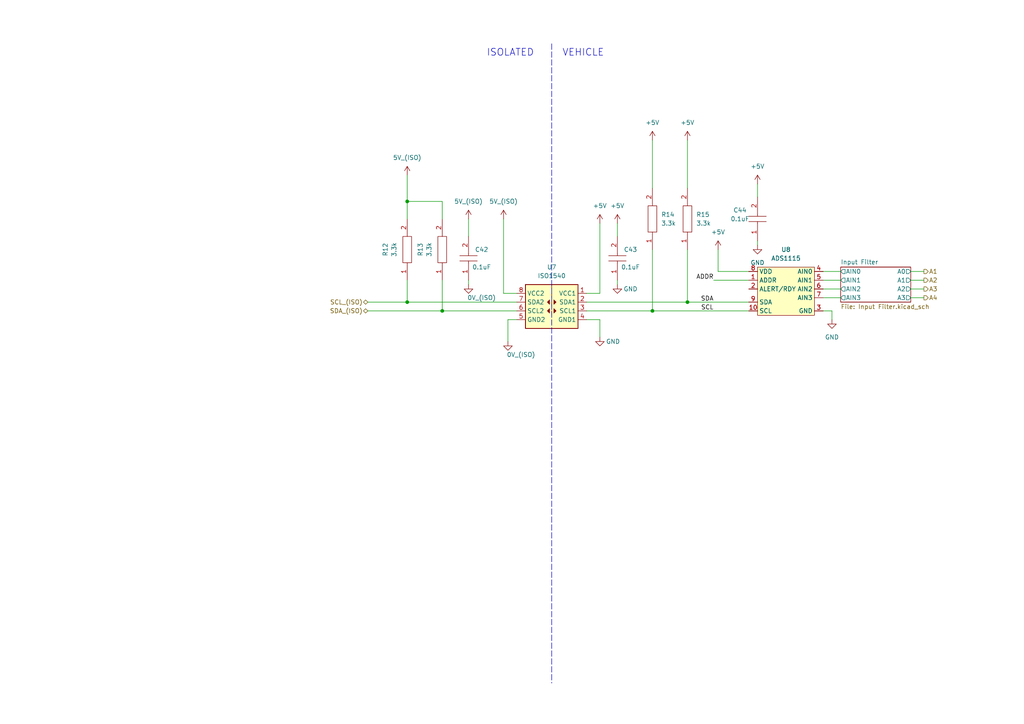
<source format=kicad_sch>
(kicad_sch (version 20211123) (generator eeschema)
  (paper "A4")
  (lib_symbols
    (symbol "0V_(ISO)_1" (power) (pin_names (offset 0))
      (property "Value" "0V_(ISO)_1" (at 0 -5.08 0))
      (symbol "0V_(ISO)_1_0_1"
        (polyline (pts (xy 0 0) (xy 0 -1.27) (xy 1.27 -1.27) (xy 0 -2.54) (xy -1.27 -1.27) (xy 0 -1.27)))
      )
      (symbol "0V_(ISO)_1_1_1"
        (pin power_in line (at 0 0 270) (length 0) hide (name "0V_(ISO)") (number "1"))
      )
    )
    (symbol "Analog_ADC:ADS1115"
      (property "Reference" "U" (at -3.81 0 0))
      (property "Value" "ADS1115" (at 0 2.54 0))
      (symbol "ADS1115_0_1"
        (rectangle (start -3.81 -1.27) (end 12.7 -15.24) (fill (type background)))
      )
      (symbol "ADS1115_1_1"
        (pin input line (at -6.35 -5.08 0) (length 2.54) (name "ADDR") (number "1"))
        (pin input line (at -6.35 -13.97 0) (length 2.54) (name "SCL") (number "10"))
        (pin input line (at -6.35 -7.62 0) (length 2.54) (name "ALERT/RDY") (number "2"))
        (pin input line (at 15.24 -13.97 180) (length 2.54) (name "GND") (number "3"))
        (pin input line (at 15.24 -2.54 180) (length 2.54) (name "AIN0") (number "4"))
        (pin input line (at 15.24 -5.08 180) (length 2.54) (name "AIN1") (number "5"))
        (pin input line (at 15.24 -7.62 180) (length 2.54) (name "AIN2") (number "6"))
        (pin input line (at 15.24 -10.16 180) (length 2.54) (name "AIN3") (number "7"))
        (pin input line (at -6.35 -2.54 0) (length 2.54) (name "VDD") (number "8"))
        (pin input line (at -6.35 -11.43 0) (length 2.54) (name "SDA") (number "9"))
      )
    )
    (symbol "BMS_Library:CC0805JRX7R8BB104" (pin_names (offset 0.762))
      (property "Reference" "C" (at 8.89 6.35 0))
      (property "Value" "CC0805JRX7R8BB104" (at 8.89 3.81 0))
      (symbol "CC0805JRX7R8BB104_0_0"
        (pin passive line (at 0 0 0) (length 5.08) (name "~") (number "1"))
        (pin passive line (at 12.7 0 180) (length 5.08) (name "~") (number "2"))
      )
      (symbol "CC0805JRX7R8BB104_0_1"
        (polyline (pts (xy 5.08 0) (xy 5.588 0)) (stroke (width 0.1524)))
        (polyline (pts (xy 5.588 2.54) (xy 5.588 -2.54)) (stroke (width 0.1524)))
        (polyline (pts (xy 7.112 0) (xy 7.62 0)) (stroke (width 0.1524)))
        (polyline (pts (xy 7.112 2.54) (xy 7.112 -2.54)) (stroke (width 0.1524)))
      )
    )
    (symbol "Custom Power:+5V" (power) (pin_names (offset 0))
      (property "Value" "+5V" (at 0 3.556 0))
      (symbol "+5V_0_1"
        (polyline (pts (xy -0.762 1.27) (xy 0 2.54)))
        (polyline (pts (xy 0 0) (xy 0 2.54)))
        (polyline (pts (xy 0 2.54) (xy 0.762 1.27)))
      )
      (symbol "+5V_1_1"
        (pin power_in line (at 0 0 90) (length 0) hide (name "+5V") (number "1"))
      )
    )
    (symbol "Custom Power:5V_(ISO)" (power) (pin_names (offset 0))
      (property "Value" "5V_(ISO)" (at 0 3.556 0))
      (symbol "5V_(ISO)_0_1"
        (polyline (pts (xy -0.762 1.27) (xy 0 2.54)))
        (polyline (pts (xy 0 0) (xy 0 2.54)))
        (polyline (pts (xy 0 2.54) (xy 0.762 1.27)))
      )
      (symbol "5V_(ISO)_1_1"
        (pin power_in line (at 0 0 90) (length 0) hide (name "5V_(ISO)") (number "1"))
      )
    )
    (symbol "ERJP06F1000V:ERJP06F1000V" (pin_names (offset 0.762))
      (property "Reference" "R" (at 13.97 6.35 0))
      (property "Value" "ERJP06F1000V" (at 13.97 3.81 0))
      (symbol "ERJP06F1000V_0_0"
        (pin passive line (at 0 0 0) (length 5.08) (name "~") (number "1"))
        (pin passive line (at 17.78 0 180) (length 5.08) (name "~") (number "2"))
      )
      (symbol "ERJP06F1000V_0_1"
        (polyline (pts (xy 5.08 1.27) (xy 12.7 1.27) (xy 12.7 -1.27) (xy 5.08 -1.27) (xy 5.08 1.27)) (stroke (width 0.1524)))
      )
    )
    (symbol "Isolator:ISO1540"
      (property "Reference" "U" (at -6.35 6.35 0))
      (property "Value" "ISO1540" (at 3.81 6.35 0))
      (symbol "ISO1540_0_1"
        (rectangle (start -7.62 5.08) (end 7.62 -7.62) (stroke (width 0.254)) (fill (type background)))
        (rectangle (start 0 -5.08) (end 0 -6.35))
        (polyline (pts (xy 0 -2.54) (xy 0 -3.81)))
        (polyline (pts (xy 0 0) (xy 0 -1.27)))
        (polyline (pts (xy 0 2.54) (xy 0 1.27)))
        (polyline (pts (xy 0 5.08) (xy 0 3.81)))
        (polyline (pts (xy -0.635 0.635) (xy -1.27 0) (xy -0.635 -0.635) (xy -0.635 0.635)) (fill (type outline)))
        (polyline (pts (xy 0.635 -1.905) (xy 1.27 -2.54) (xy 0.635 -3.175) (xy 0.635 -1.905)) (fill (type outline)))
        (polyline (pts (xy 0.635 0.635) (xy 1.27 0) (xy 0.635 -0.635) (xy 0.635 0.635)) (fill (type outline)))
      )
      (symbol "ISO1540_1_1"
        (polyline (pts (xy -0.635 -1.905) (xy -1.27 -2.54) (xy -0.635 -3.175) (xy -0.635 -1.905)) (fill (type outline)))
        (pin power_in line (at -10.16 2.54 0) (length 2.54) (name "VCC1") (number "1"))
        (pin bidirectional line (at -10.16 0 0) (length 2.54) (name "SDA1") (number "2"))
        (pin bidirectional line (at -10.16 -2.54 0) (length 2.54) (name "SCL1") (number "3"))
        (pin power_in line (at -10.16 -5.08 0) (length 2.54) (name "GND1") (number "4"))
        (pin power_in line (at 10.16 -5.08 180) (length 2.54) (name "GND2") (number "5"))
        (pin bidirectional line (at 10.16 -2.54 180) (length 2.54) (name "SCL2") (number "6"))
        (pin bidirectional line (at 10.16 0 180) (length 2.54) (name "SDA2") (number "7"))
        (pin power_in line (at 10.16 2.54 180) (length 2.54) (name "VCC2") (number "8"))
      )
    )
    (symbol "power:GND" (power) (pin_names (offset 0))
      (property "Value" "GND" (at 0 -3.81 0))
      (symbol "GND_0_1"
        (polyline (pts (xy 0 0) (xy 0 -1.27) (xy 1.27 -1.27) (xy 0 -2.54) (xy -1.27 -1.27) (xy 0 -1.27)))
      )
      (symbol "GND_1_1"
        (pin power_in line (at 0 0 270) (length 0) hide (name "GND") (number "1"))
      )
    )
  )
  (junction (at 118.11 58.42))
  (junction (at 189.23 90.17))
  (junction (at 128.27 90.17))
  (junction (at 118.11 87.63))
  (junction (at 199.39 87.63))
  (wire (pts (xy 238.76 83.82) (xy 243.84 83.82)))
  (wire (pts (xy 179.07 64.77) (xy 179.07 68.58)))
  (wire (pts (xy 135.89 68.58) (xy 135.89 63.5)))
  (wire (pts (xy 146.05 85.09) (xy 149.86 85.09)))
  (wire (pts (xy 264.16 86.36) (xy 267.97 86.36)))
  (wire (pts (xy 118.11 87.63) (xy 149.86 87.63)))
  (wire (pts (xy 173.99 92.71) (xy 173.99 97.79)))
  (wire (pts (xy 238.76 81.28) (xy 243.84 81.28)))
  (wire (pts (xy 128.27 58.42) (xy 128.27 63.5)))
  (wire (pts (xy 189.23 90.17) (xy 217.17 90.17)))
  (wire (pts (xy 241.3 90.17) (xy 238.76 90.17)))
  (wire (pts (xy 170.18 90.17) (xy 189.23 90.17)))
  (wire (pts (xy 106.68 87.63) (xy 118.11 87.63)))
  (wire (pts (xy 238.76 78.74) (xy 243.84 78.74)))
  (wire (pts (xy 217.17 78.74) (xy 208.28 78.74)))
  (polyline (pts (xy 160.02 12.7) (xy 160.02 198.12)))
  (wire (pts (xy 264.16 81.28) (xy 267.97 81.28)))
  (wire (pts (xy 170.18 85.09) (xy 173.99 85.09)))
  (wire (pts (xy 118.11 50.8) (xy 118.11 58.42)))
  (wire (pts (xy 170.18 87.63) (xy 199.39 87.63)))
  (wire (pts (xy 170.18 92.71) (xy 173.99 92.71)))
  (wire (pts (xy 128.27 90.17) (xy 149.86 90.17)))
  (wire (pts (xy 264.16 78.74) (xy 267.97 78.74)))
  (wire (pts (xy 219.71 53.34) (xy 219.71 57.15)))
  (wire (pts (xy 173.99 64.77) (xy 173.99 85.09)))
  (wire (pts (xy 208.28 72.39) (xy 208.28 78.74)))
  (wire (pts (xy 118.11 63.5) (xy 118.11 58.42)))
  (wire (pts (xy 189.23 54.61) (xy 189.23 40.64)))
  (wire (pts (xy 128.27 81.28) (xy 128.27 90.17)))
  (wire (pts (xy 207.01 81.28) (xy 217.17 81.28)))
  (wire (pts (xy 135.89 81.28) (xy 135.89 82.55)))
  (wire (pts (xy 264.16 83.82) (xy 267.97 83.82)))
  (wire (pts (xy 147.32 92.71) (xy 147.32 99.06)))
  (wire (pts (xy 118.11 81.28) (xy 118.11 87.63)))
  (wire (pts (xy 149.86 92.71) (xy 147.32 92.71)))
  (wire (pts (xy 199.39 87.63) (xy 217.17 87.63)))
  (wire (pts (xy 106.68 90.17) (xy 128.27 90.17)))
  (wire (pts (xy 241.3 92.71) (xy 241.3 90.17)))
  (wire (pts (xy 219.71 69.85) (xy 219.71 71.12)))
  (wire (pts (xy 189.23 72.39) (xy 189.23 90.17)))
  (wire (pts (xy 146.05 63.5) (xy 146.05 85.09)))
  (wire (pts (xy 238.76 86.36) (xy 243.84 86.36)))
  (wire (pts (xy 199.39 72.39) (xy 199.39 87.63)))
  (wire (pts (xy 199.39 40.64) (xy 199.39 54.61)))
  (wire (pts (xy 179.07 81.28) (xy 179.07 82.55)))
  (wire (pts (xy 118.11 58.42) (xy 128.27 58.42)))
  (text "ISOLATED" (at 154.94 16.51 180) (effects (font (size 2 2)) (justify right bottom)))
  (text "VEHICLE\n" (at 175.26 16.51 180) (effects (font (size 2 2)) (justify right bottom)))
  (label "ADDR" (at 207.01 81.28 180))
  (label "SCL" (at 207.01 90.17 180))
  (label "SDA" (at 207.01 87.63 180))
  (hierarchical_label "A2" (shape output) (at 267.97 81.28 0))
  (hierarchical_label "A1" (shape output) (at 267.97 78.74 0))
  (hierarchical_label "A4" (shape output) (at 267.97 86.36 0))
  (hierarchical_label "SCL_(ISO)" (shape bidirectional) (at 106.68 87.63 180))
  (hierarchical_label "SDA_(ISO)" (shape bidirectional) (at 106.68 90.17 180))
  (hierarchical_label "A3" (shape output) (at 267.97 83.82 0))
  (symbol (lib_id "ERJP06F1000V:ERJP06F1000V") (at 189.23 72.39 90) (unit 1)
    (property "Reference" "R14" (at 191.77 62.2299 90) (effects (justify right)))
    (property "Value" "3.3k" (at 191.77 64.7699 90) (effects (justify right)))
    (property "Footprint" "Resistor_SMD:R_0603_1608Metric_Pad0.98x0.95mm_HandSolder" (effects hide))
    (property "Datasheet" "https://industrial.panasonic.com/cdbs/www-data/pdf/RDO0000/AOA0000C331.pdf" (effects hide))
    (property "Description" "Panasonic ERJP06 Series Thick Film Surface Mount Resistor 0805 Case 100 +/-1% 0.5W +/-100ppm/C" (effects hide))
    (property "Height" "0.7" (effects hide))
    (property "Manufacturer_Name" "Panasonic" (effects hide))
    (property "Manufacturer_Part_Number" "ERJP06F1000V" (effects hide))
  )
  (symbol (lib_name "0V_(ISO)_1") (lib_id "Custom Power:0V_(ISO)") (at 135.89 82.55 0) (unit 1)
    (property "Reference" "#PWR0158" (effects hide))
    (property "Value" "0V_(ISO)" (at 139.7 86.36 0))
  )
  (symbol (lib_id "power:GND") (at 179.07 82.55 0) (unit 1)
    (property "Reference" "#PWR0160" (effects hide))
    (property "Value" "GND" (at 182.88 83.82 0))
  )
  (symbol (lib_id "Custom Power:+5V") (at 199.39 40.64 0) (unit 1)
    (property "Reference" "#PWR0168" (effects hide))
    (property "Value" "+5V" (at 199.39 35.56 0))
  )
  (symbol (lib_id "Analog_ADC:ADS1115") (at 223.52 76.2 0) (unit 1)
    (property "Reference" "U8" (at 227.965 72.39 0))
    (property "Value" "ADS1115" (at 227.965 74.93 0))
    (property "Footprint" "Package_SO:VSSOP-10_3x3mm_P0.5mm" (effects hide))
  )
  (symbol (lib_id "ERJP06F1000V:ERJP06F1000V") (at 118.11 81.28 90) (unit 1)
    (property "Reference" "R12" (at 111.76 72.39 0))
    (property "Value" "3.3k" (at 114.3 72.39 0))
    (property "Footprint" "Resistor_SMD:R_0603_1608Metric_Pad0.98x0.95mm_HandSolder" (effects hide))
    (property "Datasheet" "https://industrial.panasonic.com/cdbs/www-data/pdf/RDO0000/AOA0000C331.pdf" (effects hide))
    (property "Description" "Panasonic ERJP06 Series Thick Film Surface Mount Resistor 0805 Case 100 +/-1% 0.5W +/-100ppm/C" (effects hide))
    (property "Height" "0.7" (effects hide))
    (property "Manufacturer_Name" "Panasonic" (effects hide))
    (property "Manufacturer_Part_Number" "ERJP06F1000V" (effects hide))
  )
  (symbol (lib_id "ERJP06F1000V:ERJP06F1000V") (at 199.39 72.39 90) (unit 1)
    (property "Reference" "R15" (at 201.93 62.2299 90) (effects (justify right)))
    (property "Value" "3.3k" (at 201.93 64.7699 90) (effects (justify right)))
    (property "Footprint" "Resistor_SMD:R_0603_1608Metric_Pad0.98x0.95mm_HandSolder" (effects hide))
    (property "Datasheet" "https://industrial.panasonic.com/cdbs/www-data/pdf/RDO0000/AOA0000C331.pdf" (effects hide))
    (property "Description" "Panasonic ERJP06 Series Thick Film Surface Mount Resistor 0805 Case 100 +/-1% 0.5W +/-100ppm/C" (effects hide))
    (property "Height" "0.7" (effects hide))
    (property "Manufacturer_Name" "Panasonic" (effects hide))
    (property "Manufacturer_Part_Number" "ERJP06F1000V" (effects hide))
  )
  (symbol (lib_id "BMS_Library:CC0805JRX7R8BB104") (at 179.07 81.28 90) (unit 1)
    (property "Reference" "C43" (at 182.88 72.39 90))
    (property "Value" "0.1uF" (at 182.88 77.47 90))
    (property "Footprint" "Capacitor_SMD:C_0603_1608Metric_Pad1.08x0.95mm_HandSolder" (effects hide))
    (property "Datasheet" "https://www.yageo.com/upload/media/product/productsearch/datasheet/mlcc/UPY-GPHC_X7R_6.3V-to-50V_20.pdf" (effects hide))
    (property "Description" "YAGEO - CC0805JRX7R8BB104 - SMD Multilayer Ceramic Capacitor, 0.1 F, 25 V, 0805 [2012 Metric], +/- 5%, X7R, CC Series" (effects hide))
    (property "Height" "0.95" (effects hide))
    (property "Manufacturer_Name" "YAGEO" (effects hide))
    (property "Manufacturer_Part_Number" "CC0805JRX7R8BB104" (effects hide))
    (property "Mouser Part Number" "603-CC805JRX7R8BB104" (effects hide))
    (property "Mouser Price/Stock" "https://www.mouser.co.uk/ProductDetail/YAGEO/CC0805JRX7R8BB104?qs=AgBp2OyFlx%252BZU4KTc42Krw%3D%3D" (effects hide))
    (property "Arrow Part Number" "CC0805JRX7R8BB104" (effects hide))
    (property "Arrow Price/Stock" "https://www.arrow.com/en/products/cc0805jrx7r8bb104/yageo?region=nac" (effects hide))
  )
  (symbol (lib_id "BMS_Library:CC0805JRX7R8BB104") (at 135.89 81.28 90) (unit 1)
    (property "Reference" "C42" (at 139.7 72.39 90))
    (property "Value" "0.1uF" (at 139.7 77.47 90))
    (property "Footprint" "Capacitor_SMD:C_0603_1608Metric_Pad1.08x0.95mm_HandSolder" (effects hide))
    (property "Datasheet" "https://www.yageo.com/upload/media/product/productsearch/datasheet/mlcc/UPY-GPHC_X7R_6.3V-to-50V_20.pdf" (effects hide))
    (property "Description" "YAGEO - CC0805JRX7R8BB104 - SMD Multilayer Ceramic Capacitor, 0.1 F, 25 V, 0805 [2012 Metric], +/- 5%, X7R, CC Series" (effects hide))
    (property "Height" "0.95" (effects hide))
    (property "Manufacturer_Name" "YAGEO" (effects hide))
    (property "Manufacturer_Part_Number" "CC0805JRX7R8BB104" (effects hide))
    (property "Mouser Part Number" "603-CC805JRX7R8BB104" (effects hide))
    (property "Mouser Price/Stock" "https://www.mouser.co.uk/ProductDetail/YAGEO/CC0805JRX7R8BB104?qs=AgBp2OyFlx%252BZU4KTc42Krw%3D%3D" (effects hide))
    (property "Arrow Part Number" "CC0805JRX7R8BB104" (effects hide))
    (property "Arrow Price/Stock" "https://www.arrow.com/en/products/cc0805jrx7r8bb104/yageo?region=nac" (effects hide))
  )
  (symbol (lib_id "Isolator:ISO1540") (at 160.02 87.63 0) (mirror y) (unit 1)
    (property "Reference" "U7" (at 160.02 77.47 0))
    (property "Value" "ISO1540" (at 160.02 80.01 0))
    (property "Footprint" "Package_SO:SOIC-8_3.9x4.9mm_P1.27mm" (effects hide))
    (property "Datasheet" "http://www.ti.com/lit/ds/symlink/iso1541.pdf" (effects hide))
  )
  (symbol (lib_id "Custom Power:+5V") (at 179.07 64.77 0) (unit 1)
    (property "Reference" "#PWR0162" (effects hide))
    (property "Value" "+5V" (at 179.07 59.69 0))
  )
  (symbol (lib_id "Custom Power:+5V") (at 173.99 64.77 0) (unit 1)
    (property "Reference" "#PWR0161" (effects hide))
    (property "Value" "+5V" (at 173.99 59.69 0))
  )
  (symbol (lib_id "power:GND") (at 241.3 92.71 0) (unit 1)
    (property "Reference" "#PWR0167" (effects hide))
    (property "Value" "GND" (at 241.3 97.79 0))
  )
  (symbol (lib_name "0V_(ISO)_1") (lib_id "Custom Power:0V_(ISO)") (at 147.32 99.06 0) (unit 1)
    (property "Reference" "#PWR0155" (effects hide))
    (property "Value" "0V_(ISO)" (at 151.13 102.87 0))
  )
  (symbol (lib_id "BMS_Library:CC0805JRX7R8BB104") (at 219.71 69.85 90) (unit 1)
    (property "Reference" "C44" (at 214.63 60.96 90))
    (property "Value" "0.1uF" (at 214.63 63.5 90))
    (property "Footprint" "Capacitor_SMD:C_0603_1608Metric_Pad1.08x0.95mm_HandSolder" (effects hide))
    (property "Datasheet" "https://www.yageo.com/upload/media/product/productsearch/datasheet/mlcc/UPY-GPHC_X7R_6.3V-to-50V_20.pdf" (effects hide))
    (property "Description" "YAGEO - CC0805JRX7R8BB104 - SMD Multilayer Ceramic Capacitor, 0.1 F, 25 V, 0805 [2012 Metric], +/- 5%, X7R, CC Series" (effects hide))
    (property "Height" "0.95" (effects hide))
    (property "Manufacturer_Name" "YAGEO" (effects hide))
    (property "Manufacturer_Part_Number" "CC0805JRX7R8BB104" (effects hide))
    (property "Mouser Part Number" "603-CC805JRX7R8BB104" (effects hide))
    (property "Mouser Price/Stock" "https://www.mouser.co.uk/ProductDetail/YAGEO/CC0805JRX7R8BB104?qs=AgBp2OyFlx%252BZU4KTc42Krw%3D%3D" (effects hide))
    (property "Arrow Part Number" "CC0805JRX7R8BB104" (effects hide))
    (property "Arrow Price/Stock" "https://www.arrow.com/en/products/cc0805jrx7r8bb104/yageo?region=nac" (effects hide))
  )
  (symbol (lib_id "power:GND") (at 219.71 71.12 0) (unit 1)
    (property "Reference" "#PWR0166" (effects hide))
    (property "Value" "GND" (at 219.71 76.2 0))
  )
  (symbol (lib_id "Custom Power:5V_(ISO)") (at 146.05 63.5 0) (unit 1)
    (property "Reference" "#PWR0159" (effects hide))
    (property "Value" "5V_(ISO)" (at 146.05 58.42 0))
  )
  (symbol (lib_id "ERJP06F1000V:ERJP06F1000V") (at 128.27 81.28 90) (unit 1)
    (property "Reference" "R13" (at 121.92 72.39 0))
    (property "Value" "3.3k" (at 124.46 72.39 0))
    (property "Footprint" "Resistor_SMD:R_0603_1608Metric_Pad0.98x0.95mm_HandSolder" (effects hide))
    (property "Datasheet" "https://industrial.panasonic.com/cdbs/www-data/pdf/RDO0000/AOA0000C331.pdf" (effects hide))
    (property "Description" "Panasonic ERJP06 Series Thick Film Surface Mount Resistor 0805 Case 100 +/-1% 0.5W +/-100ppm/C" (effects hide))
    (property "Height" "0.7" (effects hide))
    (property "Manufacturer_Name" "Panasonic" (effects hide))
    (property "Manufacturer_Part_Number" "ERJP06F1000V" (effects hide))
  )
  (symbol (lib_id "Custom Power:+5V") (at 189.23 40.64 0) (unit 1)
    (property "Reference" "#PWR0169" (effects hide))
    (property "Value" "+5V" (at 189.23 35.56 0))
  )
  (symbol (lib_id "Custom Power:+5V") (at 219.71 53.34 0) (unit 1)
    (property "Reference" "#PWR0165" (effects hide))
    (property "Value" "+5V" (at 219.71 48.26 0))
  )
  (symbol (lib_id "Custom Power:5V_(ISO)") (at 118.11 50.8 0) (unit 1)
    (property "Reference" "#PWR0157" (effects hide))
    (property "Value" "5V_(ISO)" (at 118.11 45.72 0))
  )
  (symbol (lib_id "Custom Power:+5V") (at 208.28 72.39 0) (unit 1)
    (property "Reference" "#PWR0164" (effects hide))
    (property "Value" "+5V" (at 208.28 67.31 0))
  )
  (symbol (lib_id "Custom Power:5V_(ISO)") (at 135.89 63.5 0) (unit 1)
    (property "Reference" "#PWR0156" (effects hide))
    (property "Value" "5V_(ISO)" (at 135.89 58.42 0))
  )
  (symbol (lib_id "power:GND") (at 173.99 97.79 0) (unit 1)
    (property "Reference" "#PWR0163" (effects hide))
    (property "Value" "GND" (at 177.8 99.06 0))
  )
  (sheet (at 243.84 77.47) (size 20.32 10.16) (stroke (width 0.1524))
    (property "Sheet name" "Input Filter" (at 243.84 76.7584 0) (effects (justify left bottom)))
    (property "Sheet file" "Input Filter.kicad_sch" (at 243.84 88.2146 0) (effects (justify left top)))
    (pin "A1" output (at 264.16 81.28 0))
    (pin "A3" output (at 264.16 86.36 0))
    (pin "A0" output (at 264.16 78.74 0))
    (pin "A2" output (at 264.16 83.82 0))
    (pin "AIN3" output (at 243.84 86.36 180))
    (pin "AIN1" output (at 243.84 81.28 180))
    (pin "AIN0" output (at 243.84 78.74 180))
    (pin "AIN2" output (at 243.84 83.82 180))
  )
)
</source>
